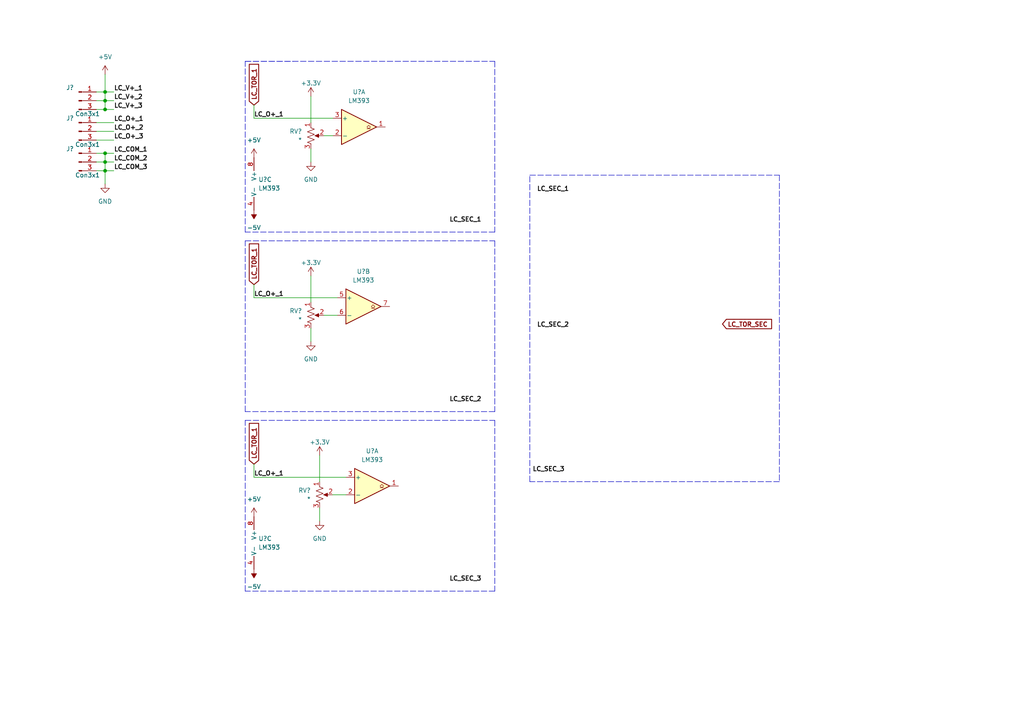
<source format=kicad_sch>
(kicad_sch (version 20211123) (generator eeschema)
  (paper "A4")
  (title_block (title "BUMBLEBEE") (date "2024-01-15") (rev "1.00") (company "ExoFlex") (comment 1 "Bumblebee"))
  (lib_symbols
    (symbol "Comparator:LM393" (pin_names (offset 0.127))
      (property "Reference" "U" (at 3.81 3.81 0))
      (property "Value" "LM393" (at 6.35 -3.81 0))
      (symbol "LM393_1_1"
        (polyline (pts (xy -5.08 5.08) (xy 5.08 0) (xy -5.08 -5.08) (xy -5.08 5.08)) (stroke (width 0.254)) (fill (type background)))
        (polyline (pts (xy 3.302 -0.508) (xy 2.794 -0.508) (xy 3.302 0) (xy 2.794 0.508) (xy 2.286 0) (xy 2.794 -0.508) (xy 2.286 -0.508)) (stroke (width 0.127)))
        (pin open_collector line (at 7.62 0 180) (length 2.54) (name "~") (number "1"))
        (pin input line (at -7.62 -2.54 0) (length 2.54) (name "-") (number "2"))
        (pin input line (at -7.62 2.54 0) (length 2.54) (name "+") (number "3"))
      )
      (symbol "LM393_2_1"
        (polyline (pts (xy -5.08 5.08) (xy 5.08 0) (xy -5.08 -5.08) (xy -5.08 5.08)) (stroke (width 0.254)) (fill (type background)))
        (polyline (pts (xy 3.302 -0.508) (xy 2.794 -0.508) (xy 3.302 0) (xy 2.794 0.508) (xy 2.286 0) (xy 2.794 -0.508) (xy 2.286 -0.508)) (stroke (width 0.127)))
        (pin input line (at -7.62 2.54 0) (length 2.54) (name "+") (number "5"))
        (pin input line (at -7.62 -2.54 0) (length 2.54) (name "-") (number "6"))
        (pin open_collector line (at 7.62 0 180) (length 2.54) (name "~") (number "7"))
      )
      (symbol "LM393_3_1"
        (pin power_in line (at -2.54 -7.62 90) (length 3.81) (name "V-") (number "4"))
        (pin power_in line (at -2.54 7.62 270) (length 3.81) (name "V+") (number "8"))
      )
    )
    (symbol "Connector:Conn_01x03_Male" (pin_names (offset 1.016) hide)
      (property "Reference" "J" (at 0 5.08 0))
      (property "Value" "Conn_01x03_Male" (at 0 -5.08 0))
      (symbol "Conn_01x03_Male_1_1"
        (polyline (pts (xy 1.27 -2.54) (xy 0.8636 -2.54)) (stroke (width 0.1524)))
        (polyline (pts (xy 1.27 0) (xy 0.8636 0)) (stroke (width 0.1524)))
        (polyline (pts (xy 1.27 2.54) (xy 0.8636 2.54)) (stroke (width 0.1524)))
        (rectangle (start 0.8636 -2.413) (end 0 -2.667) (stroke (width 0.1524)) (fill (type outline)))
        (rectangle (start 0.8636 0.127) (end 0 -0.127) (stroke (width 0.1524)) (fill (type outline)))
        (rectangle (start 0.8636 2.667) (end 0 2.413) (stroke (width 0.1524)) (fill (type outline)))
        (pin passive line (at 5.08 2.54 180) (length 3.81) (name "Pin_1") (number "1"))
        (pin passive line (at 5.08 0 180) (length 3.81) (name "Pin_2") (number "2"))
        (pin passive line (at 5.08 -2.54 180) (length 3.81) (name "Pin_3") (number "3"))
      )
    )
    (symbol "Device:R_Potentiometer_US" (pin_names (offset 1.016) hide)
      (property "Reference" "RV" (at -4.445 0 90))
      (property "Value" "R_Potentiometer_US" (at -2.54 0 90))
      (symbol "R_Potentiometer_US_0_1"
        (polyline (pts (xy 0 -2.286) (xy 0 -2.54)))
        (polyline (pts (xy 0 2.54) (xy 0 2.286)))
        (polyline (pts (xy 2.54 0) (xy 1.524 0)))
        (polyline (pts (xy 1.143 0) (xy 2.286 0.508) (xy 2.286 -0.508) (xy 1.143 0)) (fill (type outline)))
        (polyline (pts (xy 0 -0.762) (xy 1.016 -1.143) (xy 0 -1.524) (xy -1.016 -1.905) (xy 0 -2.286)))
        (polyline (pts (xy 0 0.762) (xy 1.016 0.381) (xy 0 0) (xy -1.016 -0.381) (xy 0 -0.762)))
        (polyline (pts (xy 0 2.286) (xy 1.016 1.905) (xy 0 1.524) (xy -1.016 1.143) (xy 0 0.762)))
      )
      (symbol "R_Potentiometer_US_1_1"
        (pin passive line (at 0 3.81 270) (length 1.27) (name "1") (number "1"))
        (pin passive line (at 3.81 0 180) (length 1.27) (name "2") (number "2"))
        (pin passive line (at 0 -3.81 90) (length 1.27) (name "3") (number "3"))
      )
    )
    (symbol "power:+3.3V" (power) (pin_names (offset 0))
      (property "Value" "+3.3V" (at 0 3.556 0))
      (symbol "+3.3V_0_1"
        (polyline (pts (xy -0.762 1.27) (xy 0 2.54)))
        (polyline (pts (xy 0 0) (xy 0 2.54)))
        (polyline (pts (xy 0 2.54) (xy 0.762 1.27)))
      )
      (symbol "+3.3V_1_1"
        (pin power_in line (at 0 0 90) (length 0) hide (name "+3.3V") (number "1"))
      )
    )
    (symbol "power:+5V" (power) (pin_names (offset 0))
      (property "Value" "+5V" (at 0 3.556 0))
      (symbol "+5V_0_1"
        (polyline (pts (xy -0.762 1.27) (xy 0 2.54)))
        (polyline (pts (xy 0 0) (xy 0 2.54)))
        (polyline (pts (xy 0 2.54) (xy 0.762 1.27)))
      )
      (symbol "+5V_1_1"
        (pin power_in line (at 0 0 90) (length 0) hide (name "+5V") (number "1"))
      )
    )
    (symbol "power:-5V" (power) (pin_names (offset 0))
      (property "Value" "-5V" (at 0 3.81 0))
      (symbol "-5V_0_0"
        (pin power_in line (at 0 0 90) (length 0) hide (name "-5V") (number "1"))
      )
      (symbol "-5V_0_1"
        (polyline (pts (xy 0 0) (xy 0 1.27) (xy 0.762 1.27) (xy 0 2.54) (xy -0.762 1.27) (xy 0 1.27)) (fill (type outline)))
      )
    )
    (symbol "power:GND" (power) (pin_names (offset 0))
      (property "Value" "GND" (at 0 -3.81 0))
      (symbol "GND_0_1"
        (polyline (pts (xy 0 0) (xy 0 -1.27) (xy 1.27 -1.27) (xy 0 -2.54) (xy -1.27 -1.27) (xy 0 -1.27)))
      )
      (symbol "GND_1_1"
        (pin power_in line (at 0 0 270) (length 0) hide (name "GND") (number "1"))
      )
    )
  )
  (junction (at 30.48 49.53))
  (junction (at 30.48 26.67))
  (junction (at 30.48 29.21))
  (junction (at 30.48 44.45))
  (junction (at 30.48 31.75))
  (junction (at 30.48 46.99))
  (wire (pts (xy 92.71 147.32) (xy 92.71 151.13)))
  (wire (pts (xy 30.48 49.53) (xy 33.02 49.53)))
  (wire (pts (xy 30.48 46.99) (xy 30.48 49.53)))
  (polyline (pts (xy 71.12 69.85) (xy 143.51 69.85)))
  (polyline (pts (xy 71.12 17.78) (xy 85.09 17.78)))
  (wire (pts (xy 90.17 95.25) (xy 90.17 99.06)))
  (polyline (pts (xy 71.12 121.92) (xy 143.51 121.92)))
  (polyline (pts (xy 143.51 171.45) (xy 71.12 171.45)))
  (wire (pts (xy 30.48 44.45) (xy 30.48 46.99)))
  (wire (pts (xy 73.66 30.48) (xy 73.66 34.29)))
  (polyline (pts (xy 153.67 50.8) (xy 226.06 50.8)))
  (wire (pts (xy 33.02 26.67) (xy 30.48 26.67)))
  (polyline (pts (xy 143.51 119.38) (xy 71.12 119.38)))
  (wire (pts (xy 27.94 46.99) (xy 30.48 46.99)))
  (polyline (pts (xy 153.67 139.7) (xy 153.67 50.8)))
  (polyline (pts (xy 143.51 67.31) (xy 71.12 67.31)))
  (wire (pts (xy 90.17 80.01) (xy 90.17 87.63)))
  (wire (pts (xy 33.02 44.45) (xy 30.48 44.45)))
  (wire (pts (xy 27.94 40.64) (xy 33.02 40.64)))
  (wire (pts (xy 73.66 82.55) (xy 73.66 86.36)))
  (wire (pts (xy 33.02 29.21) (xy 30.48 29.21)))
  (wire (pts (xy 30.48 21.59) (xy 30.48 26.67)))
  (wire (pts (xy 90.17 43.18) (xy 90.17 46.99)))
  (wire (pts (xy 30.48 44.45) (xy 27.94 44.45)))
  (wire (pts (xy 30.48 31.75) (xy 27.94 31.75)))
  (wire (pts (xy 33.02 31.75) (xy 30.48 31.75)))
  (polyline (pts (xy 143.51 121.92) (xy 143.51 171.45)))
  (wire (pts (xy 27.94 49.53) (xy 30.48 49.53)))
  (polyline (pts (xy 226.06 50.8) (xy 226.06 139.7)))
  (wire (pts (xy 30.48 46.99) (xy 33.02 46.99)))
  (polyline (pts (xy 143.51 69.85) (xy 143.51 119.38)))
  (polyline (pts (xy 226.06 139.7) (xy 153.67 139.7)))
  (wire (pts (xy 93.98 91.44) (xy 97.79 91.44)))
  (wire (pts (xy 73.66 134.62) (xy 73.66 138.43)))
  (wire (pts (xy 30.48 29.21) (xy 30.48 31.75)))
  (wire (pts (xy 92.71 132.08) (xy 92.71 139.7)))
  (wire (pts (xy 73.66 86.36) (xy 97.79 86.36)))
  (wire (pts (xy 30.48 26.67) (xy 30.48 29.21)))
  (wire (pts (xy 27.94 38.1) (xy 33.02 38.1)))
  (polyline (pts (xy 71.12 67.31) (xy 71.12 17.78)))
  (polyline (pts (xy 143.51 17.78) (xy 143.51 67.31)))
  (wire (pts (xy 73.66 34.29) (xy 96.52 34.29)))
  (wire (pts (xy 93.98 39.37) (xy 96.52 39.37)))
  (wire (pts (xy 30.48 49.53) (xy 30.48 53.34)))
  (wire (pts (xy 90.17 27.94) (xy 90.17 35.56)))
  (wire (pts (xy 30.48 26.67) (xy 27.94 26.67)))
  (polyline (pts (xy 71.12 17.78) (xy 143.51 17.78)))
  (wire (pts (xy 73.66 138.43) (xy 100.33 138.43)))
  (wire (pts (xy 33.02 35.56) (xy 27.94 35.56)))
  (wire (pts (xy 96.52 143.51) (xy 100.33 143.51)))
  (wire (pts (xy 30.48 29.21) (xy 27.94 29.21)))
  (polyline (pts (xy 71.12 171.45) (xy 71.12 121.92)))
  (polyline (pts (xy 71.12 119.38) (xy 71.12 69.85)))
  (label "LC_V+_2" (at 33.02 29.21 0) (effects (font (thickness 0.254) bold)))
  (label "LC_O+_1" (at 73.66 86.36 0) (effects (font (thickness 0.254) bold)))
  (label "LC_SEC_2" (at 165.1 95.25 180) (effects (font (thickness 0.254) bold)))
  (label "LC_SEC_1" (at 165.1 55.88 180) (effects (font (thickness 0.254) bold)))
  (label "LC_COM_1" (at 33.02 44.45 0) (effects (font (thickness 0.254) bold)))
  (label "LC_SEC_3" (at 139.7 168.91 180) (effects (font (thickness 0.254) bold)))
  (label "LC_O+_1" (at 73.66 34.29 0) (effects (font (thickness 0.254) bold)))
  (label "LC_SEC_2" (at 139.7 116.84 180) (effects (font (thickness 0.254) bold)))
  (label "LC_SEC_3" (at 163.83 137.16 180) (effects (font (thickness 0.254) bold)))
  (label "LC_O+_2" (at 33.02 38.1 0) (effects (font (thickness 0.254) bold)))
  (label "LC_V+_3" (at 33.02 31.75 0) (effects (font (thickness 0.254) bold)))
  (label "LC_COM_3" (at 33.02 49.53 0) (effects (font (thickness 0.254) bold)))
  (label "LC_COM_2" (at 33.02 46.99 0) (effects (font (thickness 0.254) bold)))
  (label "LC_O+_3" (at 33.02 40.64 0) (effects (font (thickness 0.254) bold)))
  (label "LC_V+_1" (at 33.02 26.67 0) (effects (font (thickness 0.254) bold)))
  (label "LC_O+_1" (at 73.66 138.43 0) (effects (font (thickness 0.254) bold)))
  (label "LC_O+_1" (at 33.02 35.56 0) (effects (font (thickness 0.254) bold)))
  (label "LC_SEC_1" (at 139.7 64.77 180) (effects (font (thickness 0.254) bold)))
  (global_label "LC_TOR_1" (shape input) (at 73.66 30.48 90) (effects (font bold)) (property "Intersheet References" "${INTERSHEET_REFS}" (effects hide)))
  (global_label "LC_TOR_SEC" (shape input) (at 209.55 93.98 0) (effects (font bold)) (property "Intersheet References" "${INTERSHEET_REFS}" (effects hide)))
  (global_label "LC_TOR_1" (shape input) (at 73.66 134.62 90) (effects (font bold)) (property "Intersheet References" "${INTERSHEET_REFS}" (effects hide)))
  (global_label "LC_TOR_1" (shape input) (at 73.66 82.55 90) (effects (font bold)) (property "Intersheet References" "${INTERSHEET_REFS}" (effects hide)))
  (symbol (lib_id "Connector:Conn_01x03_Male") (at 22.86 29.21 0) (unit 1)
    (property "Reference" "J?" (at 20.32 25.4 0))
    (property "Value" "Con3x1" (at 25.4 33.02 0))
  )
  (symbol (lib_id "power:+3.3V") (at 90.17 80.01 0) (unit 1)
    (property "Reference" "#PWR?" (effects hide))
    (property "Value" "+3.3V" (at 90.17 76.2 0))
  )
  (symbol (lib_id "power:GND") (at 90.17 99.06 0) (unit 1)
    (property "Reference" "#PWR?" (effects hide))
    (property "Value" "GND" (at 90.17 104.14 0))
  )
  (symbol (lib_id "Comparator:LM393") (at 107.95 140.97 0) (unit 1)
    (property "Reference" "U?" (at 107.95 130.81 0))
    (property "Value" "LM393" (at 107.95 133.35 0))
    (property "Datasheet" "http://www.ti.com/lit/ds/symlink/lm393.pdf" (effects hide))
  )
  (symbol (lib_id "Connector:Conn_01x03_Male") (at 22.86 38.1 0) (unit 1)
    (property "Reference" "J?" (at 20.32 34.29 0))
    (property "Value" "Con3x1" (at 25.4 41.91 0))
  )
  (symbol (lib_id "Device:R_Potentiometer_US") (at 92.71 143.51 0) (unit 1)
    (property "Reference" "RV?" (at 90.17 142.2399 0) (effects (justify right)))
    (property "Value" "*" (at 90.17 144.7799 0) (effects (justify right)))
  )
  (symbol (lib_id "power:GND") (at 92.71 151.13 0) (unit 1)
    (property "Reference" "#PWR?" (effects hide))
    (property "Value" "GND" (at 92.71 156.21 0))
  )
  (symbol (lib_id "power:+5V") (at 73.66 149.86 0) (unit 1)
    (property "Reference" "#PWR?" (effects hide))
    (property "Value" "+5V" (at 73.66 144.78 0))
  )
  (symbol (lib_id "Comparator:LM393") (at 76.2 157.48 0) (unit 3)
    (property "Reference" "U?" (at 74.93 156.2099 0) (effects (justify left)))
    (property "Value" "LM393" (at 74.93 158.7499 0) (effects (justify left)))
    (property "Datasheet" "http://www.ti.com/lit/ds/symlink/lm393.pdf" (effects hide))
  )
  (symbol (lib_id "power:-5V") (at 73.66 60.96 180) (unit 1)
    (property "Reference" "#PWR?" (effects hide))
    (property "Value" "-5V" (at 73.66 66.04 0))
  )
  (symbol (lib_id "power:+5V") (at 73.66 45.72 0) (unit 1)
    (property "Reference" "#PWR?" (effects hide))
    (property "Value" "+5V" (at 73.66 40.64 0))
  )
  (symbol (lib_id "power:+3.3V") (at 90.17 27.94 0) (unit 1)
    (property "Reference" "#PWR?" (effects hide))
    (property "Value" "+3.3V" (at 90.17 24.13 0))
  )
  (symbol (lib_id "power:GND") (at 30.48 53.34 0) (unit 1)
    (property "Reference" "#PWR?" (effects hide))
    (property "Value" "GND" (at 30.48 58.42 0))
  )
  (symbol (lib_id "Connector:Conn_01x03_Male") (at 22.86 46.99 0) (unit 1)
    (property "Reference" "J?" (at 20.32 43.18 0))
    (property "Value" "Con3x1" (at 25.4 50.8 0))
  )
  (symbol (lib_id "Comparator:LM393") (at 105.41 88.9 0) (unit 2)
    (property "Reference" "U?" (at 105.41 78.74 0))
    (property "Value" "LM393" (at 105.41 81.28 0))
    (property "Datasheet" "http://www.ti.com/lit/ds/symlink/lm393.pdf" (effects hide))
  )
  (symbol (lib_id "Comparator:LM393") (at 76.2 53.34 0) (unit 3)
    (property "Reference" "U?" (at 74.93 52.0699 0) (effects (justify left)))
    (property "Value" "LM393" (at 74.93 54.6099 0) (effects (justify left)))
    (property "Datasheet" "http://www.ti.com/lit/ds/symlink/lm393.pdf" (effects hide))
  )
  (symbol (lib_id "power:+5V") (at 30.48 21.59 0) (unit 1)
    (property "Reference" "#PWR?" (effects hide))
    (property "Value" "+5V" (at 30.48 16.51 0))
  )
  (symbol (lib_id "power:-5V") (at 73.66 165.1 180) (unit 1)
    (property "Reference" "#PWR?" (effects hide))
    (property "Value" "-5V" (at 73.66 170.18 0))
  )
  (symbol (lib_id "Device:R_Potentiometer_US") (at 90.17 39.37 0) (unit 1)
    (property "Reference" "RV?" (at 87.63 38.0999 0) (effects (justify right)))
    (property "Value" "*" (at 87.63 40.6399 0) (effects (justify right)))
  )
  (symbol (lib_id "power:GND") (at 90.17 46.99 0) (unit 1)
    (property "Reference" "#PWR?" (effects hide))
    (property "Value" "GND" (at 90.17 52.07 0))
  )
  (symbol (lib_id "Comparator:LM393") (at 104.14 36.83 0) (unit 1)
    (property "Reference" "U?" (at 104.14 26.67 0))
    (property "Value" "LM393" (at 104.14 29.21 0))
    (property "Datasheet" "http://www.ti.com/lit/ds/symlink/lm393.pdf" (effects hide))
  )
  (symbol (lib_id "power:+3.3V") (at 92.71 132.08 0) (unit 1)
    (property "Reference" "#PWR?" (effects hide))
    (property "Value" "+3.3V" (at 92.71 128.27 0))
  )
  (symbol (lib_id "Device:R_Potentiometer_US") (at 90.17 91.44 0) (unit 1)
    (property "Reference" "RV?" (at 87.63 90.1699 0) (effects (justify right)))
    (property "Value" "*" (at 87.63 92.7099 0) (effects (justify right)))
  )
)
</source>
